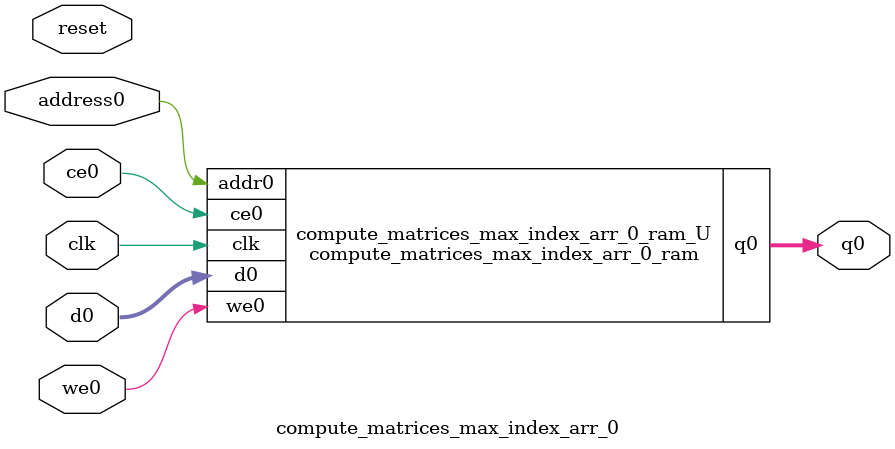
<source format=v>
`timescale 1 ns / 1 ps
module compute_matrices_max_index_arr_0_ram (addr0, ce0, d0, we0, q0,  clk);

parameter DWIDTH = 22;
parameter AWIDTH = 1;
parameter MEM_SIZE = 2;

input[AWIDTH-1:0] addr0;
input ce0;
input[DWIDTH-1:0] d0;
input we0;
output reg[DWIDTH-1:0] q0;
input clk;

(* ram_style = "block" *)reg [DWIDTH-1:0] ram[0:MEM_SIZE-1];




always @(posedge clk)  
begin 
    if (ce0) begin
        if (we0) 
            ram[addr0] <= d0; 
        q0 <= ram[addr0];
    end
end


endmodule

`timescale 1 ns / 1 ps
module compute_matrices_max_index_arr_0(
    reset,
    clk,
    address0,
    ce0,
    we0,
    d0,
    q0);

parameter DataWidth = 32'd22;
parameter AddressRange = 32'd2;
parameter AddressWidth = 32'd1;
input reset;
input clk;
input[AddressWidth - 1:0] address0;
input ce0;
input we0;
input[DataWidth - 1:0] d0;
output[DataWidth - 1:0] q0;



compute_matrices_max_index_arr_0_ram compute_matrices_max_index_arr_0_ram_U(
    .clk( clk ),
    .addr0( address0 ),
    .ce0( ce0 ),
    .we0( we0 ),
    .d0( d0 ),
    .q0( q0 ));

endmodule


</source>
